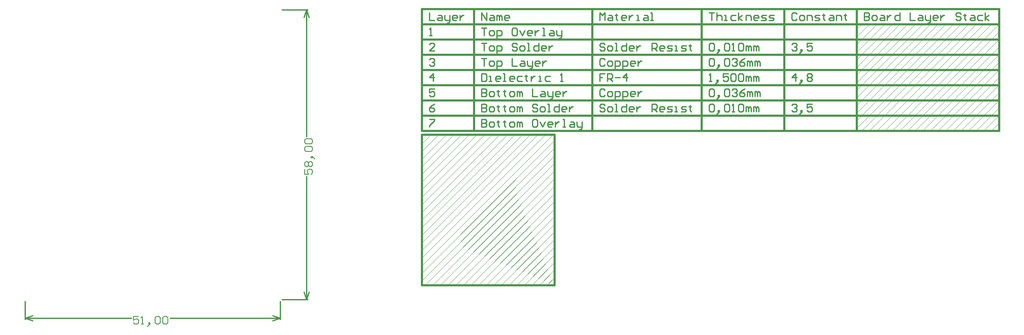
<source format=gm1>
G04 Layer_Color=16711935*
%FSLAX43Y43*%
%MOMM*%
G71*
G01*
G75*
%ADD32C,0.254*%
%ADD75C,0.381*%
%ADD76C,0.025*%
%ADD77C,0.152*%
D32*
X51339Y58000D02*
X56454D01*
X51339Y0D02*
X56454D01*
X56200Y32555D02*
Y58000D01*
Y0D02*
Y24632D01*
X55692Y56476D02*
X56200Y58000D01*
X56708Y56476D01*
X56200Y0D02*
X56708Y1524D01*
X55692D02*
X56200Y0D01*
X0Y-4054D02*
Y-339D01*
X51000Y-4054D02*
Y-339D01*
X0Y-3800D02*
X21259D01*
X28928D02*
X51000D01*
X0D02*
X1524Y-4308D01*
X0Y-3800D02*
X1524Y-3292D01*
X49476D02*
X51000Y-3800D01*
X49476Y-4308D02*
X51000Y-3800D01*
X80789Y57345D02*
Y55821D01*
X81805D01*
X82567Y56837D02*
X83075D01*
X83329Y56583D01*
Y55821D01*
X82567D01*
X82313Y56075D01*
X82567Y56329D01*
X83329D01*
X83836Y56837D02*
Y56075D01*
X84090Y55821D01*
X84852D01*
Y55567D01*
X84598Y55313D01*
X84344D01*
X84852Y55821D02*
Y56837D01*
X86122Y55821D02*
X85614D01*
X85360Y56075D01*
Y56583D01*
X85614Y56837D01*
X86122D01*
X86376Y56583D01*
Y56329D01*
X85360D01*
X86883Y56837D02*
Y55821D01*
Y56329D01*
X87137Y56583D01*
X87391Y56837D01*
X87645D01*
X80789Y36009D02*
X81805D01*
Y35755D01*
X80789Y34739D01*
Y34485D01*
X81805Y39057D02*
X81297Y38803D01*
X80789Y38295D01*
Y37787D01*
X81043Y37533D01*
X81551D01*
X81805Y37787D01*
Y38041D01*
X81551Y38295D01*
X80789D01*
X81805Y42105D02*
X80789D01*
Y41343D01*
X81297Y41597D01*
X81551D01*
X81805Y41343D01*
Y40835D01*
X81551Y40581D01*
X81043D01*
X80789Y40835D01*
X81551Y43629D02*
Y45153D01*
X80789Y44391D01*
X81805D01*
X80789Y47947D02*
X81043Y48201D01*
X81551D01*
X81805Y47947D01*
Y47693D01*
X81551Y47439D01*
X81297D01*
X81551D01*
X81805Y47185D01*
Y46931D01*
X81551Y46677D01*
X81043D01*
X80789Y46931D01*
X81805Y49725D02*
X80789D01*
X81805Y50741D01*
Y50995D01*
X81551Y51249D01*
X81043D01*
X80789Y50995D01*
Y52773D02*
X81297D01*
X81043D01*
Y54297D01*
X80789Y54043D01*
X91201Y55821D02*
Y57345D01*
X92217Y55821D01*
Y57345D01*
X92979Y56837D02*
X93486D01*
X93740Y56583D01*
Y55821D01*
X92979D01*
X92725Y56075D01*
X92979Y56329D01*
X93740D01*
X94248Y55821D02*
Y56837D01*
X94502D01*
X94756Y56583D01*
Y55821D01*
Y56583D01*
X95010Y56837D01*
X95264Y56583D01*
Y55821D01*
X96534D02*
X96026D01*
X95772Y56075D01*
Y56583D01*
X96026Y56837D01*
X96534D01*
X96787Y56583D01*
Y56329D01*
X95772D01*
X91201Y36009D02*
Y34485D01*
X91963D01*
X92217Y34739D01*
Y34993D01*
X91963Y35247D01*
X91201D01*
X91963D01*
X92217Y35501D01*
Y35755D01*
X91963Y36009D01*
X91201D01*
X92979Y34485D02*
X93486D01*
X93740Y34739D01*
Y35247D01*
X93486Y35501D01*
X92979D01*
X92725Y35247D01*
Y34739D01*
X92979Y34485D01*
X94502Y35755D02*
Y35501D01*
X94248D01*
X94756D01*
X94502D01*
Y34739D01*
X94756Y34485D01*
X95772Y35755D02*
Y35501D01*
X95518D01*
X96026D01*
X95772D01*
Y34739D01*
X96026Y34485D01*
X97041D02*
X97549D01*
X97803Y34739D01*
Y35247D01*
X97549Y35501D01*
X97041D01*
X96787Y35247D01*
Y34739D01*
X97041Y34485D01*
X98311D02*
Y35501D01*
X98565D01*
X98819Y35247D01*
Y34485D01*
Y35247D01*
X99073Y35501D01*
X99327Y35247D01*
Y34485D01*
X102120Y36009D02*
X101612D01*
X101358Y35755D01*
Y34739D01*
X101612Y34485D01*
X102120D01*
X102374Y34739D01*
Y35755D01*
X102120Y36009D01*
X102881Y35501D02*
X103389Y34485D01*
X103897Y35501D01*
X105167Y34485D02*
X104659D01*
X104405Y34739D01*
Y35247D01*
X104659Y35501D01*
X105167D01*
X105421Y35247D01*
Y34993D01*
X104405D01*
X105928Y35501D02*
Y34485D01*
Y34993D01*
X106182Y35247D01*
X106436Y35501D01*
X106690D01*
X107452Y34485D02*
X107960D01*
X107706D01*
Y36009D01*
X107452D01*
X108975Y35501D02*
X109483D01*
X109737Y35247D01*
Y34485D01*
X108975D01*
X108722Y34739D01*
X108975Y34993D01*
X109737D01*
X110245Y35501D02*
Y34739D01*
X110499Y34485D01*
X111261D01*
Y34231D01*
X111007Y33977D01*
X110753D01*
X111261Y34485D02*
Y35501D01*
X91201Y39057D02*
Y37533D01*
X91963D01*
X92217Y37787D01*
Y38041D01*
X91963Y38295D01*
X91201D01*
X91963D01*
X92217Y38549D01*
Y38803D01*
X91963Y39057D01*
X91201D01*
X92979Y37533D02*
X93486D01*
X93740Y37787D01*
Y38295D01*
X93486Y38549D01*
X92979D01*
X92725Y38295D01*
Y37787D01*
X92979Y37533D01*
X94502Y38803D02*
Y38549D01*
X94248D01*
X94756D01*
X94502D01*
Y37787D01*
X94756Y37533D01*
X95772Y38803D02*
Y38549D01*
X95518D01*
X96026D01*
X95772D01*
Y37787D01*
X96026Y37533D01*
X97041D02*
X97549D01*
X97803Y37787D01*
Y38295D01*
X97549Y38549D01*
X97041D01*
X96787Y38295D01*
Y37787D01*
X97041Y37533D01*
X98311D02*
Y38549D01*
X98565D01*
X98819Y38295D01*
Y37533D01*
Y38295D01*
X99073Y38549D01*
X99327Y38295D01*
Y37533D01*
X102374Y38803D02*
X102120Y39057D01*
X101612D01*
X101358Y38803D01*
Y38549D01*
X101612Y38295D01*
X102120D01*
X102374Y38041D01*
Y37787D01*
X102120Y37533D01*
X101612D01*
X101358Y37787D01*
X103135Y37533D02*
X103643D01*
X103897Y37787D01*
Y38295D01*
X103643Y38549D01*
X103135D01*
X102881Y38295D01*
Y37787D01*
X103135Y37533D01*
X104405D02*
X104913D01*
X104659D01*
Y39057D01*
X104405D01*
X106690D02*
Y37533D01*
X105928D01*
X105675Y37787D01*
Y38295D01*
X105928Y38549D01*
X106690D01*
X107960Y37533D02*
X107452D01*
X107198Y37787D01*
Y38295D01*
X107452Y38549D01*
X107960D01*
X108214Y38295D01*
Y38041D01*
X107198D01*
X108722Y38549D02*
Y37533D01*
Y38041D01*
X108975Y38295D01*
X109229Y38549D01*
X109483D01*
X91201Y42105D02*
Y40581D01*
X91963D01*
X92217Y40835D01*
Y41089D01*
X91963Y41343D01*
X91201D01*
X91963D01*
X92217Y41597D01*
Y41851D01*
X91963Y42105D01*
X91201D01*
X92979Y40581D02*
X93486D01*
X93740Y40835D01*
Y41343D01*
X93486Y41597D01*
X92979D01*
X92725Y41343D01*
Y40835D01*
X92979Y40581D01*
X94502Y41851D02*
Y41597D01*
X94248D01*
X94756D01*
X94502D01*
Y40835D01*
X94756Y40581D01*
X95772Y41851D02*
Y41597D01*
X95518D01*
X96026D01*
X95772D01*
Y40835D01*
X96026Y40581D01*
X97041D02*
X97549D01*
X97803Y40835D01*
Y41343D01*
X97549Y41597D01*
X97041D01*
X96787Y41343D01*
Y40835D01*
X97041Y40581D01*
X98311D02*
Y41597D01*
X98565D01*
X98819Y41343D01*
Y40581D01*
Y41343D01*
X99073Y41597D01*
X99327Y41343D01*
Y40581D01*
X101358Y42105D02*
Y40581D01*
X102374D01*
X103135Y41597D02*
X103643D01*
X103897Y41343D01*
Y40581D01*
X103135D01*
X102881Y40835D01*
X103135Y41089D01*
X103897D01*
X104405Y41597D02*
Y40835D01*
X104659Y40581D01*
X105421D01*
Y40327D01*
X105167Y40073D01*
X104913D01*
X105421Y40581D02*
Y41597D01*
X106690Y40581D02*
X106182D01*
X105928Y40835D01*
Y41343D01*
X106182Y41597D01*
X106690D01*
X106944Y41343D01*
Y41089D01*
X105928D01*
X107452Y41597D02*
Y40581D01*
Y41089D01*
X107706Y41343D01*
X107960Y41597D01*
X108214D01*
X91201Y45153D02*
Y43629D01*
X91963D01*
X92217Y43883D01*
Y44899D01*
X91963Y45153D01*
X91201D01*
X92725Y43629D02*
X93233D01*
X92979D01*
Y44645D01*
X92725D01*
X94756Y43629D02*
X94248D01*
X93994Y43883D01*
Y44391D01*
X94248Y44645D01*
X94756D01*
X95010Y44391D01*
Y44137D01*
X93994D01*
X95518Y43629D02*
X96026D01*
X95772D01*
Y45153D01*
X95518D01*
X97549Y43629D02*
X97041D01*
X96787Y43883D01*
Y44391D01*
X97041Y44645D01*
X97549D01*
X97803Y44391D01*
Y44137D01*
X96787D01*
X99327Y44645D02*
X98565D01*
X98311Y44391D01*
Y43883D01*
X98565Y43629D01*
X99327D01*
X100088Y44899D02*
Y44645D01*
X99834D01*
X100342D01*
X100088D01*
Y43883D01*
X100342Y43629D01*
X101104Y44645D02*
Y43629D01*
Y44137D01*
X101358Y44391D01*
X101612Y44645D01*
X101866D01*
X102628Y43629D02*
X103135D01*
X102881D01*
Y44645D01*
X102628D01*
X104913D02*
X104151D01*
X103897Y44391D01*
Y43883D01*
X104151Y43629D01*
X104913D01*
X106944D02*
X107452D01*
X107198D01*
Y45153D01*
X106944Y44899D01*
X91201Y48201D02*
X92217D01*
X91709D01*
Y46677D01*
X92979D02*
X93486D01*
X93740Y46931D01*
Y47439D01*
X93486Y47693D01*
X92979D01*
X92725Y47439D01*
Y46931D01*
X92979Y46677D01*
X94248Y46169D02*
Y47693D01*
X95010D01*
X95264Y47439D01*
Y46931D01*
X95010Y46677D01*
X94248D01*
X97295Y48201D02*
Y46677D01*
X98311D01*
X99073Y47693D02*
X99581D01*
X99834Y47439D01*
Y46677D01*
X99073D01*
X98819Y46931D01*
X99073Y47185D01*
X99834D01*
X100342Y47693D02*
Y46931D01*
X100596Y46677D01*
X101358D01*
Y46423D01*
X101104Y46169D01*
X100850D01*
X101358Y46677D02*
Y47693D01*
X102628Y46677D02*
X102120D01*
X101866Y46931D01*
Y47439D01*
X102120Y47693D01*
X102628D01*
X102881Y47439D01*
Y47185D01*
X101866D01*
X103389Y47693D02*
Y46677D01*
Y47185D01*
X103643Y47439D01*
X103897Y47693D01*
X104151D01*
X91201Y51249D02*
X92217D01*
X91709D01*
Y49725D01*
X92979D02*
X93486D01*
X93740Y49979D01*
Y50487D01*
X93486Y50741D01*
X92979D01*
X92725Y50487D01*
Y49979D01*
X92979Y49725D01*
X94248Y49217D02*
Y50741D01*
X95010D01*
X95264Y50487D01*
Y49979D01*
X95010Y49725D01*
X94248D01*
X98311Y50995D02*
X98057Y51249D01*
X97549D01*
X97295Y50995D01*
Y50741D01*
X97549Y50487D01*
X98057D01*
X98311Y50233D01*
Y49979D01*
X98057Y49725D01*
X97549D01*
X97295Y49979D01*
X99073Y49725D02*
X99581D01*
X99834Y49979D01*
Y50487D01*
X99581Y50741D01*
X99073D01*
X98819Y50487D01*
Y49979D01*
X99073Y49725D01*
X100342D02*
X100850D01*
X100596D01*
Y51249D01*
X100342D01*
X102628D02*
Y49725D01*
X101866D01*
X101612Y49979D01*
Y50487D01*
X101866Y50741D01*
X102628D01*
X103897Y49725D02*
X103389D01*
X103135Y49979D01*
Y50487D01*
X103389Y50741D01*
X103897D01*
X104151Y50487D01*
Y50233D01*
X103135D01*
X104659Y50741D02*
Y49725D01*
Y50233D01*
X104913Y50487D01*
X105167Y50741D01*
X105421D01*
X91201Y54297D02*
X92217D01*
X91709D01*
Y52773D01*
X92979D02*
X93486D01*
X93740Y53027D01*
Y53535D01*
X93486Y53789D01*
X92979D01*
X92725Y53535D01*
Y53027D01*
X92979Y52773D01*
X94248Y52265D02*
Y53789D01*
X95010D01*
X95264Y53535D01*
Y53027D01*
X95010Y52773D01*
X94248D01*
X98057Y54297D02*
X97549D01*
X97295Y54043D01*
Y53027D01*
X97549Y52773D01*
X98057D01*
X98311Y53027D01*
Y54043D01*
X98057Y54297D01*
X98819Y53789D02*
X99327Y52773D01*
X99834Y53789D01*
X101104Y52773D02*
X100596D01*
X100342Y53027D01*
Y53535D01*
X100596Y53789D01*
X101104D01*
X101358Y53535D01*
Y53281D01*
X100342D01*
X101866Y53789D02*
Y52773D01*
Y53281D01*
X102120Y53535D01*
X102374Y53789D01*
X102628D01*
X103389Y52773D02*
X103897D01*
X103643D01*
Y54297D01*
X103389D01*
X104913Y53789D02*
X105421D01*
X105675Y53535D01*
Y52773D01*
X104913D01*
X104659Y53027D01*
X104913Y53281D01*
X105675D01*
X106182Y53789D02*
Y53027D01*
X106436Y52773D01*
X107198D01*
Y52519D01*
X106944Y52265D01*
X106690D01*
X107198Y52773D02*
Y53789D01*
X114817Y55821D02*
Y57345D01*
X115325Y56837D01*
X115832Y57345D01*
Y55821D01*
X116594Y56837D02*
X117102D01*
X117356Y56583D01*
Y55821D01*
X116594D01*
X116340Y56075D01*
X116594Y56329D01*
X117356D01*
X118118Y57091D02*
Y56837D01*
X117864D01*
X118372D01*
X118118D01*
Y56075D01*
X118372Y55821D01*
X119895D02*
X119387D01*
X119133Y56075D01*
Y56583D01*
X119387Y56837D01*
X119895D01*
X120149Y56583D01*
Y56329D01*
X119133D01*
X120657Y56837D02*
Y55821D01*
Y56329D01*
X120911Y56583D01*
X121165Y56837D01*
X121419D01*
X122180Y55821D02*
X122688D01*
X122434D01*
Y56837D01*
X122180D01*
X123704D02*
X124212D01*
X124466Y56583D01*
Y55821D01*
X123704D01*
X123450Y56075D01*
X123704Y56329D01*
X124466D01*
X124973Y55821D02*
X125481D01*
X125227D01*
Y57345D01*
X124973D01*
X115832Y38803D02*
X115578Y39057D01*
X115071D01*
X114817Y38803D01*
Y38549D01*
X115071Y38295D01*
X115578D01*
X115832Y38041D01*
Y37787D01*
X115578Y37533D01*
X115071D01*
X114817Y37787D01*
X116594Y37533D02*
X117102D01*
X117356Y37787D01*
Y38295D01*
X117102Y38549D01*
X116594D01*
X116340Y38295D01*
Y37787D01*
X116594Y37533D01*
X117864D02*
X118372D01*
X118118D01*
Y39057D01*
X117864D01*
X120149D02*
Y37533D01*
X119387D01*
X119133Y37787D01*
Y38295D01*
X119387Y38549D01*
X120149D01*
X121419Y37533D02*
X120911D01*
X120657Y37787D01*
Y38295D01*
X120911Y38549D01*
X121419D01*
X121673Y38295D01*
Y38041D01*
X120657D01*
X122180Y38549D02*
Y37533D01*
Y38041D01*
X122434Y38295D01*
X122688Y38549D01*
X122942D01*
X125227Y37533D02*
Y39057D01*
X125989D01*
X126243Y38803D01*
Y38295D01*
X125989Y38041D01*
X125227D01*
X125735D02*
X126243Y37533D01*
X127513D02*
X127005D01*
X126751Y37787D01*
Y38295D01*
X127005Y38549D01*
X127513D01*
X127767Y38295D01*
Y38041D01*
X126751D01*
X128274Y37533D02*
X129036D01*
X129290Y37787D01*
X129036Y38041D01*
X128528D01*
X128274Y38295D01*
X128528Y38549D01*
X129290D01*
X129798Y37533D02*
X130306D01*
X130052D01*
Y38549D01*
X129798D01*
X131067Y37533D02*
X131829D01*
X132083Y37787D01*
X131829Y38041D01*
X131321D01*
X131067Y38295D01*
X131321Y38549D01*
X132083D01*
X132845Y38803D02*
Y38549D01*
X132591D01*
X133099D01*
X132845D01*
Y37787D01*
X133099Y37533D01*
X115832Y41851D02*
X115578Y42105D01*
X115071D01*
X114817Y41851D01*
Y40835D01*
X115071Y40581D01*
X115578D01*
X115832Y40835D01*
X116594Y40581D02*
X117102D01*
X117356Y40835D01*
Y41343D01*
X117102Y41597D01*
X116594D01*
X116340Y41343D01*
Y40835D01*
X116594Y40581D01*
X117864Y40073D02*
Y41597D01*
X118626D01*
X118879Y41343D01*
Y40835D01*
X118626Y40581D01*
X117864D01*
X119387Y40073D02*
Y41597D01*
X120149D01*
X120403Y41343D01*
Y40835D01*
X120149Y40581D01*
X119387D01*
X121673D02*
X121165D01*
X120911Y40835D01*
Y41343D01*
X121165Y41597D01*
X121673D01*
X121926Y41343D01*
Y41089D01*
X120911D01*
X122434Y41597D02*
Y40581D01*
Y41089D01*
X122688Y41343D01*
X122942Y41597D01*
X123196D01*
X115832Y45153D02*
X114817D01*
Y44391D01*
X115325D01*
X114817D01*
Y43629D01*
X116340D02*
Y45153D01*
X117102D01*
X117356Y44899D01*
Y44391D01*
X117102Y44137D01*
X116340D01*
X116848D02*
X117356Y43629D01*
X117864Y44391D02*
X118879D01*
X120149Y43629D02*
Y45153D01*
X119387Y44391D01*
X120403D01*
X115832Y47947D02*
X115578Y48201D01*
X115071D01*
X114817Y47947D01*
Y46931D01*
X115071Y46677D01*
X115578D01*
X115832Y46931D01*
X116594Y46677D02*
X117102D01*
X117356Y46931D01*
Y47439D01*
X117102Y47693D01*
X116594D01*
X116340Y47439D01*
Y46931D01*
X116594Y46677D01*
X117864Y46169D02*
Y47693D01*
X118626D01*
X118879Y47439D01*
Y46931D01*
X118626Y46677D01*
X117864D01*
X119387Y46169D02*
Y47693D01*
X120149D01*
X120403Y47439D01*
Y46931D01*
X120149Y46677D01*
X119387D01*
X121673D02*
X121165D01*
X120911Y46931D01*
Y47439D01*
X121165Y47693D01*
X121673D01*
X121926Y47439D01*
Y47185D01*
X120911D01*
X122434Y47693D02*
Y46677D01*
Y47185D01*
X122688Y47439D01*
X122942Y47693D01*
X123196D01*
X115832Y50995D02*
X115578Y51249D01*
X115071D01*
X114817Y50995D01*
Y50741D01*
X115071Y50487D01*
X115578D01*
X115832Y50233D01*
Y49979D01*
X115578Y49725D01*
X115071D01*
X114817Y49979D01*
X116594Y49725D02*
X117102D01*
X117356Y49979D01*
Y50487D01*
X117102Y50741D01*
X116594D01*
X116340Y50487D01*
Y49979D01*
X116594Y49725D01*
X117864D02*
X118372D01*
X118118D01*
Y51249D01*
X117864D01*
X120149D02*
Y49725D01*
X119387D01*
X119133Y49979D01*
Y50487D01*
X119387Y50741D01*
X120149D01*
X121419Y49725D02*
X120911D01*
X120657Y49979D01*
Y50487D01*
X120911Y50741D01*
X121419D01*
X121673Y50487D01*
Y50233D01*
X120657D01*
X122180Y50741D02*
Y49725D01*
Y50233D01*
X122434Y50487D01*
X122688Y50741D01*
X122942D01*
X125227Y49725D02*
Y51249D01*
X125989D01*
X126243Y50995D01*
Y50487D01*
X125989Y50233D01*
X125227D01*
X125735D02*
X126243Y49725D01*
X127513D02*
X127005D01*
X126751Y49979D01*
Y50487D01*
X127005Y50741D01*
X127513D01*
X127767Y50487D01*
Y50233D01*
X126751D01*
X128274Y49725D02*
X129036D01*
X129290Y49979D01*
X129036Y50233D01*
X128528D01*
X128274Y50487D01*
X128528Y50741D01*
X129290D01*
X129798Y49725D02*
X130306D01*
X130052D01*
Y50741D01*
X129798D01*
X131067Y49725D02*
X131829D01*
X132083Y49979D01*
X131829Y50233D01*
X131321D01*
X131067Y50487D01*
X131321Y50741D01*
X132083D01*
X132845Y50995D02*
Y50741D01*
X132591D01*
X133099D01*
X132845D01*
Y49979D01*
X133099Y49725D01*
X136655Y57345D02*
X137670D01*
X137163D01*
Y55821D01*
X138178Y57345D02*
Y55821D01*
Y56583D01*
X138432Y56837D01*
X138940D01*
X139194Y56583D01*
Y55821D01*
X139702D02*
X140210D01*
X139956D01*
Y56837D01*
X139702D01*
X141987D02*
X141225D01*
X140971Y56583D01*
Y56075D01*
X141225Y55821D01*
X141987D01*
X142495D02*
Y57345D01*
Y56329D02*
X143257Y56837D01*
X142495Y56329D02*
X143257Y55821D01*
X144018D02*
Y56837D01*
X144780D01*
X145034Y56583D01*
Y55821D01*
X146304D02*
X145796D01*
X145542Y56075D01*
Y56583D01*
X145796Y56837D01*
X146304D01*
X146558Y56583D01*
Y56329D01*
X145542D01*
X147065Y55821D02*
X147827D01*
X148081Y56075D01*
X147827Y56329D01*
X147319D01*
X147065Y56583D01*
X147319Y56837D01*
X148081D01*
X148589Y55821D02*
X149351D01*
X149605Y56075D01*
X149351Y56329D01*
X148843D01*
X148589Y56583D01*
X148843Y56837D01*
X149605D01*
X136655Y38803D02*
X136909Y39057D01*
X137417D01*
X137670Y38803D01*
Y37787D01*
X137417Y37533D01*
X136909D01*
X136655Y37787D01*
Y38803D01*
X138432Y37279D02*
X138686Y37533D01*
Y37787D01*
X138432D01*
Y37533D01*
X138686D01*
X138432Y37279D01*
X138178Y37025D01*
X139702Y38803D02*
X139956Y39057D01*
X140464D01*
X140718Y38803D01*
Y37787D01*
X140464Y37533D01*
X139956D01*
X139702Y37787D01*
Y38803D01*
X141225Y37533D02*
X141733D01*
X141479D01*
Y39057D01*
X141225Y38803D01*
X142495D02*
X142749Y39057D01*
X143257D01*
X143511Y38803D01*
Y37787D01*
X143257Y37533D01*
X142749D01*
X142495Y37787D01*
Y38803D01*
X144018Y37533D02*
Y38549D01*
X144272D01*
X144526Y38295D01*
Y37533D01*
Y38295D01*
X144780Y38549D01*
X145034Y38295D01*
Y37533D01*
X145542D02*
Y38549D01*
X145796D01*
X146050Y38295D01*
Y37533D01*
Y38295D01*
X146304Y38549D01*
X146558Y38295D01*
Y37533D01*
X136655Y41851D02*
X136909Y42105D01*
X137417D01*
X137670Y41851D01*
Y40835D01*
X137417Y40581D01*
X136909D01*
X136655Y40835D01*
Y41851D01*
X138432Y40327D02*
X138686Y40581D01*
Y40835D01*
X138432D01*
Y40581D01*
X138686D01*
X138432Y40327D01*
X138178Y40073D01*
X139702Y41851D02*
X139956Y42105D01*
X140464D01*
X140718Y41851D01*
Y40835D01*
X140464Y40581D01*
X139956D01*
X139702Y40835D01*
Y41851D01*
X141225D02*
X141479Y42105D01*
X141987D01*
X142241Y41851D01*
Y41597D01*
X141987Y41343D01*
X141733D01*
X141987D01*
X142241Y41089D01*
Y40835D01*
X141987Y40581D01*
X141479D01*
X141225Y40835D01*
X143765Y42105D02*
X143257Y41851D01*
X142749Y41343D01*
Y40835D01*
X143003Y40581D01*
X143511D01*
X143765Y40835D01*
Y41089D01*
X143511Y41343D01*
X142749D01*
X144272Y40581D02*
Y41597D01*
X144526D01*
X144780Y41343D01*
Y40581D01*
Y41343D01*
X145034Y41597D01*
X145288Y41343D01*
Y40581D01*
X145796D02*
Y41597D01*
X146050D01*
X146304Y41343D01*
Y40581D01*
Y41343D01*
X146558Y41597D01*
X146812Y41343D01*
Y40581D01*
X136655Y43629D02*
X137163D01*
X136909D01*
Y45153D01*
X136655Y44899D01*
X138178Y43375D02*
X138432Y43629D01*
Y43883D01*
X138178D01*
Y43629D01*
X138432D01*
X138178Y43375D01*
X137924Y43121D01*
X140464Y45153D02*
X139448D01*
Y44391D01*
X139956Y44645D01*
X140210D01*
X140464Y44391D01*
Y43883D01*
X140210Y43629D01*
X139702D01*
X139448Y43883D01*
X140971Y44899D02*
X141225Y45153D01*
X141733D01*
X141987Y44899D01*
Y43883D01*
X141733Y43629D01*
X141225D01*
X140971Y43883D01*
Y44899D01*
X142495D02*
X142749Y45153D01*
X143257D01*
X143511Y44899D01*
Y43883D01*
X143257Y43629D01*
X142749D01*
X142495Y43883D01*
Y44899D01*
X144018Y43629D02*
Y44645D01*
X144272D01*
X144526Y44391D01*
Y43629D01*
Y44391D01*
X144780Y44645D01*
X145034Y44391D01*
Y43629D01*
X145542D02*
Y44645D01*
X145796D01*
X146050Y44391D01*
Y43629D01*
Y44391D01*
X146304Y44645D01*
X146558Y44391D01*
Y43629D01*
X136655Y47947D02*
X136909Y48201D01*
X137417D01*
X137670Y47947D01*
Y46931D01*
X137417Y46677D01*
X136909D01*
X136655Y46931D01*
Y47947D01*
X138432Y46423D02*
X138686Y46677D01*
Y46931D01*
X138432D01*
Y46677D01*
X138686D01*
X138432Y46423D01*
X138178Y46169D01*
X139702Y47947D02*
X139956Y48201D01*
X140464D01*
X140718Y47947D01*
Y46931D01*
X140464Y46677D01*
X139956D01*
X139702Y46931D01*
Y47947D01*
X141225D02*
X141479Y48201D01*
X141987D01*
X142241Y47947D01*
Y47693D01*
X141987Y47439D01*
X141733D01*
X141987D01*
X142241Y47185D01*
Y46931D01*
X141987Y46677D01*
X141479D01*
X141225Y46931D01*
X143765Y48201D02*
X143257Y47947D01*
X142749Y47439D01*
Y46931D01*
X143003Y46677D01*
X143511D01*
X143765Y46931D01*
Y47185D01*
X143511Y47439D01*
X142749D01*
X144272Y46677D02*
Y47693D01*
X144526D01*
X144780Y47439D01*
Y46677D01*
Y47439D01*
X145034Y47693D01*
X145288Y47439D01*
Y46677D01*
X145796D02*
Y47693D01*
X146050D01*
X146304Y47439D01*
Y46677D01*
Y47439D01*
X146558Y47693D01*
X146812Y47439D01*
Y46677D01*
X136655Y50995D02*
X136909Y51249D01*
X137417D01*
X137670Y50995D01*
Y49979D01*
X137417Y49725D01*
X136909D01*
X136655Y49979D01*
Y50995D01*
X138432Y49471D02*
X138686Y49725D01*
Y49979D01*
X138432D01*
Y49725D01*
X138686D01*
X138432Y49471D01*
X138178Y49217D01*
X139702Y50995D02*
X139956Y51249D01*
X140464D01*
X140718Y50995D01*
Y49979D01*
X140464Y49725D01*
X139956D01*
X139702Y49979D01*
Y50995D01*
X141225Y49725D02*
X141733D01*
X141479D01*
Y51249D01*
X141225Y50995D01*
X142495D02*
X142749Y51249D01*
X143257D01*
X143511Y50995D01*
Y49979D01*
X143257Y49725D01*
X142749D01*
X142495Y49979D01*
Y50995D01*
X144018Y49725D02*
Y50741D01*
X144272D01*
X144526Y50487D01*
Y49725D01*
Y50487D01*
X144780Y50741D01*
X145034Y50487D01*
Y49725D01*
X145542D02*
Y50741D01*
X145796D01*
X146050Y50487D01*
Y49725D01*
Y50487D01*
X146304Y50741D01*
X146558Y50487D01*
Y49725D01*
X154176Y57091D02*
X153922Y57345D01*
X153415D01*
X153161Y57091D01*
Y56075D01*
X153415Y55821D01*
X153922D01*
X154176Y56075D01*
X154938Y55821D02*
X155446D01*
X155700Y56075D01*
Y56583D01*
X155446Y56837D01*
X154938D01*
X154684Y56583D01*
Y56075D01*
X154938Y55821D01*
X156208D02*
Y56837D01*
X156969D01*
X157223Y56583D01*
Y55821D01*
X157731D02*
X158493D01*
X158747Y56075D01*
X158493Y56329D01*
X157985D01*
X157731Y56583D01*
X157985Y56837D01*
X158747D01*
X159509Y57091D02*
Y56837D01*
X159255D01*
X159762D01*
X159509D01*
Y56075D01*
X159762Y55821D01*
X160778Y56837D02*
X161286D01*
X161540Y56583D01*
Y55821D01*
X160778D01*
X160524Y56075D01*
X160778Y56329D01*
X161540D01*
X162048Y55821D02*
Y56837D01*
X162810D01*
X163063Y56583D01*
Y55821D01*
X163825Y57091D02*
Y56837D01*
X163571D01*
X164079D01*
X163825D01*
Y56075D01*
X164079Y55821D01*
X153161Y38803D02*
X153415Y39057D01*
X153922D01*
X154176Y38803D01*
Y38549D01*
X153922Y38295D01*
X153668D01*
X153922D01*
X154176Y38041D01*
Y37787D01*
X153922Y37533D01*
X153415D01*
X153161Y37787D01*
X154938Y37279D02*
X155192Y37533D01*
Y37787D01*
X154938D01*
Y37533D01*
X155192D01*
X154938Y37279D01*
X154684Y37025D01*
X157223Y39057D02*
X156208D01*
Y38295D01*
X156715Y38549D01*
X156969D01*
X157223Y38295D01*
Y37787D01*
X156969Y37533D01*
X156462D01*
X156208Y37787D01*
X153922Y43629D02*
Y45153D01*
X153161Y44391D01*
X154176D01*
X154938Y43375D02*
X155192Y43629D01*
Y43883D01*
X154938D01*
Y43629D01*
X155192D01*
X154938Y43375D01*
X154684Y43121D01*
X156208Y44899D02*
X156462Y45153D01*
X156969D01*
X157223Y44899D01*
Y44645D01*
X156969Y44391D01*
X157223Y44137D01*
Y43883D01*
X156969Y43629D01*
X156462D01*
X156208Y43883D01*
Y44137D01*
X156462Y44391D01*
X156208Y44645D01*
Y44899D01*
X156462Y44391D02*
X156969D01*
X153161Y50995D02*
X153415Y51249D01*
X153922D01*
X154176Y50995D01*
Y50741D01*
X153922Y50487D01*
X153668D01*
X153922D01*
X154176Y50233D01*
Y49979D01*
X153922Y49725D01*
X153415D01*
X153161Y49979D01*
X154938Y49471D02*
X155192Y49725D01*
Y49979D01*
X154938D01*
Y49725D01*
X155192D01*
X154938Y49471D01*
X154684Y49217D01*
X157223Y51249D02*
X156208D01*
Y50487D01*
X156715Y50741D01*
X156969D01*
X157223Y50487D01*
Y49979D01*
X156969Y49725D01*
X156462D01*
X156208Y49979D01*
X167635Y57345D02*
Y55821D01*
X168397D01*
X168651Y56075D01*
Y56329D01*
X168397Y56583D01*
X167635D01*
X168397D01*
X168651Y56837D01*
Y57091D01*
X168397Y57345D01*
X167635D01*
X169413Y55821D02*
X169920D01*
X170174Y56075D01*
Y56583D01*
X169920Y56837D01*
X169413D01*
X169159Y56583D01*
Y56075D01*
X169413Y55821D01*
X170936Y56837D02*
X171444D01*
X171698Y56583D01*
Y55821D01*
X170936D01*
X170682Y56075D01*
X170936Y56329D01*
X171698D01*
X172206Y56837D02*
Y55821D01*
Y56329D01*
X172460Y56583D01*
X172713Y56837D01*
X172967D01*
X174745Y57345D02*
Y55821D01*
X173983D01*
X173729Y56075D01*
Y56583D01*
X173983Y56837D01*
X174745D01*
X176776Y57345D02*
Y55821D01*
X177792D01*
X178554Y56837D02*
X179061D01*
X179315Y56583D01*
Y55821D01*
X178554D01*
X178300Y56075D01*
X178554Y56329D01*
X179315D01*
X179823Y56837D02*
Y56075D01*
X180077Y55821D01*
X180839D01*
Y55567D01*
X180585Y55313D01*
X180331D01*
X180839Y55821D02*
Y56837D01*
X182108Y55821D02*
X181601D01*
X181347Y56075D01*
Y56583D01*
X181601Y56837D01*
X182108D01*
X182362Y56583D01*
Y56329D01*
X181347D01*
X182870Y56837D02*
Y55821D01*
Y56329D01*
X183124Y56583D01*
X183378Y56837D01*
X183632D01*
X186933Y57091D02*
X186679Y57345D01*
X186171D01*
X185917Y57091D01*
Y56837D01*
X186171Y56583D01*
X186679D01*
X186933Y56329D01*
Y56075D01*
X186679Y55821D01*
X186171D01*
X185917Y56075D01*
X187695Y57091D02*
Y56837D01*
X187441D01*
X187949D01*
X187695D01*
Y56075D01*
X187949Y55821D01*
X188964Y56837D02*
X189472D01*
X189726Y56583D01*
Y55821D01*
X188964D01*
X188710Y56075D01*
X188964Y56329D01*
X189726D01*
X191249Y56837D02*
X190488D01*
X190234Y56583D01*
Y56075D01*
X190488Y55821D01*
X191249D01*
X191757D02*
Y57345D01*
Y56329D02*
X192519Y56837D01*
X191757Y56329D02*
X192519Y55821D01*
D75*
X79265Y55059D02*
X194551D01*
X79265Y58107D02*
X194551D01*
X79265Y33723D02*
Y58107D01*
Y33723D02*
X89677D01*
X79265Y36771D02*
X89677D01*
X79265Y39819D02*
X89677D01*
X79265Y42867D02*
X89677D01*
X79265Y45915D02*
X89677D01*
X79265Y48963D02*
X89677D01*
X79265Y52011D02*
X89677D01*
Y33723D02*
Y58107D01*
Y33723D02*
X113293D01*
X89677Y36771D02*
X113293D01*
X89677Y39819D02*
X113293D01*
X89677Y42867D02*
X113293D01*
X89677Y45915D02*
X113293D01*
X89677Y48963D02*
X113293D01*
X89677Y52011D02*
X113293D01*
Y33723D02*
Y58107D01*
Y33723D02*
X135131D01*
X113293Y36771D02*
X135131D01*
X113293Y39819D02*
X135131D01*
X113293Y42867D02*
X135131D01*
X113293Y45915D02*
X135131D01*
X113293Y48963D02*
X135131D01*
X113293Y52011D02*
X135131D01*
Y33723D02*
Y58107D01*
Y33723D02*
X151637D01*
X135131Y36771D02*
X151637D01*
X135131Y39819D02*
X151637D01*
X135131Y42867D02*
X151637D01*
X135131Y45915D02*
X151637D01*
X135131Y48963D02*
X151637D01*
X135131Y52011D02*
X151637D01*
Y33723D02*
Y58107D01*
Y33723D02*
X166111D01*
X151637Y36771D02*
X166111D01*
X151637Y39819D02*
X166111D01*
X151637Y42867D02*
X166111D01*
X151637Y45915D02*
X166111D01*
X151637Y48963D02*
X166111D01*
X151637Y52011D02*
X166111D01*
Y33723D02*
Y58107D01*
Y33723D02*
X194551D01*
X166111Y36771D02*
X194551D01*
X166111Y39819D02*
X194551D01*
X166111Y42867D02*
X194551D01*
X166111Y45915D02*
X194551D01*
X166111Y48963D02*
X194551D01*
X166111Y52011D02*
X194551D01*
Y33723D02*
Y58107D01*
X79265Y2806D02*
X105781D01*
Y32961D01*
X79265D02*
X105781D01*
X79265Y2806D02*
Y32961D01*
D76*
X193027Y33723D02*
X194551Y35247D01*
X191503Y33723D02*
X194551Y36771D01*
X189979Y33723D02*
X193027Y36771D01*
X188455Y33723D02*
X191503Y36771D01*
X186931Y33723D02*
X189979Y36771D01*
X185407Y33723D02*
X188455Y36771D01*
X183883Y33723D02*
X186931Y36771D01*
X182359Y33723D02*
X185407Y36771D01*
X180835Y33723D02*
X183883Y36771D01*
X179311Y33723D02*
X182359Y36771D01*
X177787Y33723D02*
X180835Y36771D01*
X176263Y33723D02*
X179311Y36771D01*
X174739Y33723D02*
X177787Y36771D01*
X173215Y33723D02*
X176263Y36771D01*
X171691Y33723D02*
X174739Y36771D01*
X170167Y33723D02*
X173215Y36771D01*
X168643Y33723D02*
X171691Y36771D01*
X167119Y33723D02*
X170167Y36771D01*
X166111Y34239D02*
X168643Y36771D01*
X166111Y35763D02*
X167119Y36771D01*
X193027D02*
X194551Y38295D01*
X191503Y36771D02*
X194551Y39819D01*
X189979Y36771D02*
X193027Y39819D01*
X188455Y36771D02*
X191503Y39819D01*
X186931Y36771D02*
X189979Y39819D01*
X185407Y36771D02*
X188455Y39819D01*
X183883Y36771D02*
X186931Y39819D01*
X182359Y36771D02*
X185407Y39819D01*
X180835Y36771D02*
X183883Y39819D01*
X179311Y36771D02*
X182359Y39819D01*
X177787Y36771D02*
X180835Y39819D01*
X176263Y36771D02*
X179311Y39819D01*
X174739Y36771D02*
X177787Y39819D01*
X173215Y36771D02*
X176263Y39819D01*
X171691Y36771D02*
X174739Y39819D01*
X170167Y36771D02*
X173215Y39819D01*
X168643Y36771D02*
X171691Y39819D01*
X167119Y36771D02*
X170167Y39819D01*
X166111Y37287D02*
X168643Y39819D01*
X166111Y38811D02*
X167119Y39819D01*
X193027D02*
X194551Y41343D01*
X191503Y39819D02*
X194551Y42867D01*
X189979Y39819D02*
X193027Y42867D01*
X188455Y39819D02*
X191503Y42867D01*
X186931Y39819D02*
X189979Y42867D01*
X185407Y39819D02*
X188455Y42867D01*
X183883Y39819D02*
X186931Y42867D01*
X182359Y39819D02*
X185407Y42867D01*
X180835Y39819D02*
X183883Y42867D01*
X179311Y39819D02*
X182359Y42867D01*
X177787Y39819D02*
X180835Y42867D01*
X176263Y39819D02*
X179311Y42867D01*
X174739Y39819D02*
X177787Y42867D01*
X173215Y39819D02*
X176263Y42867D01*
X171691Y39819D02*
X174739Y42867D01*
X170167Y39819D02*
X173215Y42867D01*
X168643Y39819D02*
X171691Y42867D01*
X167119Y39819D02*
X170167Y42867D01*
X166111Y40335D02*
X168643Y42867D01*
X166111Y41859D02*
X167119Y42867D01*
X193027D02*
X194551Y44391D01*
X191503Y42867D02*
X194551Y45915D01*
X189979Y42867D02*
X193027Y45915D01*
X188455Y42867D02*
X191503Y45915D01*
X186931Y42867D02*
X189979Y45915D01*
X185407Y42867D02*
X188455Y45915D01*
X183883Y42867D02*
X186931Y45915D01*
X182359Y42867D02*
X185407Y45915D01*
X180835Y42867D02*
X183883Y45915D01*
X179311Y42867D02*
X182359Y45915D01*
X177787Y42867D02*
X180835Y45915D01*
X176263Y42867D02*
X179311Y45915D01*
X174739Y42867D02*
X177787Y45915D01*
X173215Y42867D02*
X176263Y45915D01*
X171691Y42867D02*
X174739Y45915D01*
X170167Y42867D02*
X173215Y45915D01*
X168643Y42867D02*
X171691Y45915D01*
X167119Y42867D02*
X170167Y45915D01*
X166111Y43383D02*
X168643Y45915D01*
X166111Y44907D02*
X167119Y45915D01*
X193027D02*
X194551Y47439D01*
X191503Y45915D02*
X194551Y48963D01*
X189979Y45915D02*
X193027Y48963D01*
X188455Y45915D02*
X191503Y48963D01*
X186931Y45915D02*
X189979Y48963D01*
X185407Y45915D02*
X188455Y48963D01*
X183883Y45915D02*
X186931Y48963D01*
X182359Y45915D02*
X185407Y48963D01*
X180835Y45915D02*
X183883Y48963D01*
X179311Y45915D02*
X182359Y48963D01*
X177787Y45915D02*
X180835Y48963D01*
X176263Y45915D02*
X179311Y48963D01*
X174739Y45915D02*
X177787Y48963D01*
X173215Y45915D02*
X176263Y48963D01*
X171691Y45915D02*
X174739Y48963D01*
X170167Y45915D02*
X173215Y48963D01*
X168643Y45915D02*
X171691Y48963D01*
X167119Y45915D02*
X170167Y48963D01*
X166111Y46431D02*
X168643Y48963D01*
X166111Y47955D02*
X167119Y48963D01*
X193027D02*
X194551Y50487D01*
X191503Y48963D02*
X194551Y52011D01*
X189979Y48963D02*
X193027Y52011D01*
X188455Y48963D02*
X191503Y52011D01*
X186931Y48963D02*
X189979Y52011D01*
X185407Y48963D02*
X188455Y52011D01*
X183883Y48963D02*
X186931Y52011D01*
X182359Y48963D02*
X185407Y52011D01*
X180835Y48963D02*
X183883Y52011D01*
X179311Y48963D02*
X182359Y52011D01*
X177787Y48963D02*
X180835Y52011D01*
X176263Y48963D02*
X179311Y52011D01*
X174739Y48963D02*
X177787Y52011D01*
X173215Y48963D02*
X176263Y52011D01*
X171691Y48963D02*
X174739Y52011D01*
X170167Y48963D02*
X173215Y52011D01*
X168643Y48963D02*
X171691Y52011D01*
X167119Y48963D02*
X170167Y52011D01*
X166111Y49479D02*
X168643Y52011D01*
X166111Y51003D02*
X167119Y52011D01*
X193027D02*
X194551Y53535D01*
X191503Y52011D02*
X194551Y55059D01*
X189979Y52011D02*
X193027Y55059D01*
X188455Y52011D02*
X191503Y55059D01*
X186931Y52011D02*
X189979Y55059D01*
X185407Y52011D02*
X188455Y55059D01*
X183883Y52011D02*
X186931Y55059D01*
X182359Y52011D02*
X185407Y55059D01*
X180835Y52011D02*
X183883Y55059D01*
X179311Y52011D02*
X182359Y55059D01*
X177787Y52011D02*
X180835Y55059D01*
X176263Y52011D02*
X179311Y55059D01*
X174739Y52011D02*
X177787Y55059D01*
X173215Y52011D02*
X176263Y55059D01*
X171691Y52011D02*
X174739Y55059D01*
X170167Y52011D02*
X173215Y55059D01*
X168643Y52011D02*
X171691Y55059D01*
X167119Y52011D02*
X170167Y55059D01*
X166111Y52527D02*
X168643Y55059D01*
X166111Y54051D02*
X167119Y55059D01*
X104243Y2792D02*
X105781Y4330D01*
X102719Y2792D02*
X105781Y5854D01*
X101195Y2792D02*
X105781Y7378D01*
X99671Y2792D02*
X105781Y8902D01*
X98147Y2792D02*
X105781Y10426D01*
X96623Y2792D02*
X105781Y11950D01*
X95099Y2792D02*
X105781Y13474D01*
X93575Y2792D02*
X105781Y14998D01*
X92051Y2792D02*
X105781Y16522D01*
X90527Y2792D02*
X105781Y18046D01*
X89003Y2792D02*
X105781Y19570D01*
X87479Y2792D02*
X105781Y21094D01*
X85955Y2792D02*
X105781Y22618D01*
X84431Y2792D02*
X105781Y24142D01*
X82907Y2792D02*
X105781Y25666D01*
X81383Y2792D02*
X105781Y27190D01*
X79859Y2792D02*
X105781Y28714D01*
X79265Y3722D02*
X105781Y30238D01*
X79265Y5246D02*
X105781Y31762D01*
X79265Y6770D02*
X105470Y32975D01*
X79265Y8294D02*
X103946Y32975D01*
X79265Y9818D02*
X102422Y32975D01*
X79265Y11342D02*
X100898Y32975D01*
X79265Y12866D02*
X99374Y32975D01*
X79265Y14390D02*
X97850Y32975D01*
X79265Y15914D02*
X96326Y32975D01*
X79265Y17438D02*
X94802Y32975D01*
X79265Y18962D02*
X93278Y32975D01*
X79265Y20486D02*
X91754Y32975D01*
X79265Y22010D02*
X90230Y32975D01*
X79265Y23534D02*
X88706Y32975D01*
X79265Y25058D02*
X87182Y32975D01*
X79265Y26582D02*
X85658Y32975D01*
X79265Y28106D02*
X84134Y32975D01*
X79265Y29630D02*
X82610Y32975D01*
X79265Y31154D02*
X81086Y32975D01*
X79265Y32678D02*
X79562Y32975D01*
D77*
X55845Y26054D02*
Y25039D01*
X56606D01*
X56352Y25547D01*
Y25801D01*
X56606Y26054D01*
X57114D01*
X57368Y25801D01*
Y25293D01*
X57114Y25039D01*
X56098Y26562D02*
X55845Y26816D01*
Y27324D01*
X56098Y27578D01*
X56352D01*
X56606Y27324D01*
X56860Y27578D01*
X57114D01*
X57368Y27324D01*
Y26816D01*
X57114Y26562D01*
X56860D01*
X56606Y26816D01*
X56352Y26562D01*
X56098D01*
X56606Y26816D02*
Y27324D01*
X57622Y28340D02*
X57368Y28594D01*
X57114D01*
Y28340D01*
X57368D01*
Y28594D01*
X57622Y28340D01*
X57876Y28086D01*
X56098Y29609D02*
X55845Y29863D01*
Y30371D01*
X56098Y30625D01*
X57114D01*
X57368Y30371D01*
Y29863D01*
X57114Y29609D01*
X56098D01*
Y31133D02*
X55845Y31387D01*
Y31895D01*
X56098Y32148D01*
X57114D01*
X57368Y31895D01*
Y31387D01*
X57114Y31133D01*
X56098D01*
X22681Y-3445D02*
X21666D01*
Y-4206D01*
X22174Y-3952D01*
X22427D01*
X22681Y-4206D01*
Y-4714D01*
X22427Y-4968D01*
X21920D01*
X21666Y-4714D01*
X23189Y-4968D02*
X23697D01*
X23443D01*
Y-3445D01*
X23189Y-3698D01*
X24713Y-5222D02*
X24967Y-4968D01*
Y-4714D01*
X24713D01*
Y-4968D01*
X24967D01*
X24713Y-5222D01*
X24459Y-5476D01*
X25982Y-3698D02*
X26236Y-3445D01*
X26744D01*
X26998Y-3698D01*
Y-4714D01*
X26744Y-4968D01*
X26236D01*
X25982Y-4714D01*
Y-3698D01*
X27506D02*
X27760Y-3445D01*
X28268D01*
X28521Y-3698D01*
Y-4714D01*
X28268Y-4968D01*
X27760D01*
X27506Y-4714D01*
Y-3698D01*
M02*

</source>
